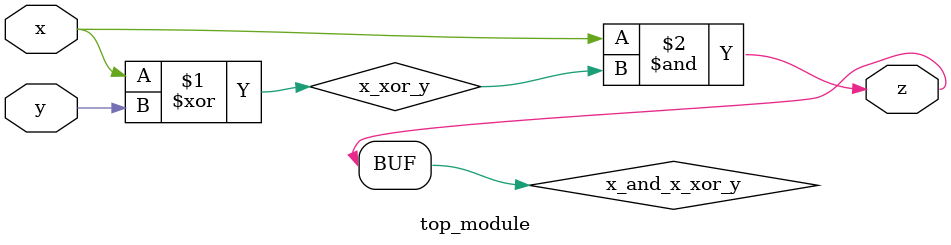
<source format=sv>
module top_module(
	input x,
	input y,
	output z);

	// Wire Declaration
	wire x_xor_y;
	wire x_and_x_xor_y;

	// XOR Gate
	xor(x_xor_y, x, y);

	// AND Gate
	and(x_and_x_xor_y, x, x_xor_y);

	// Output
	assign z = x_and_x_xor_y;

endmodule

</source>
